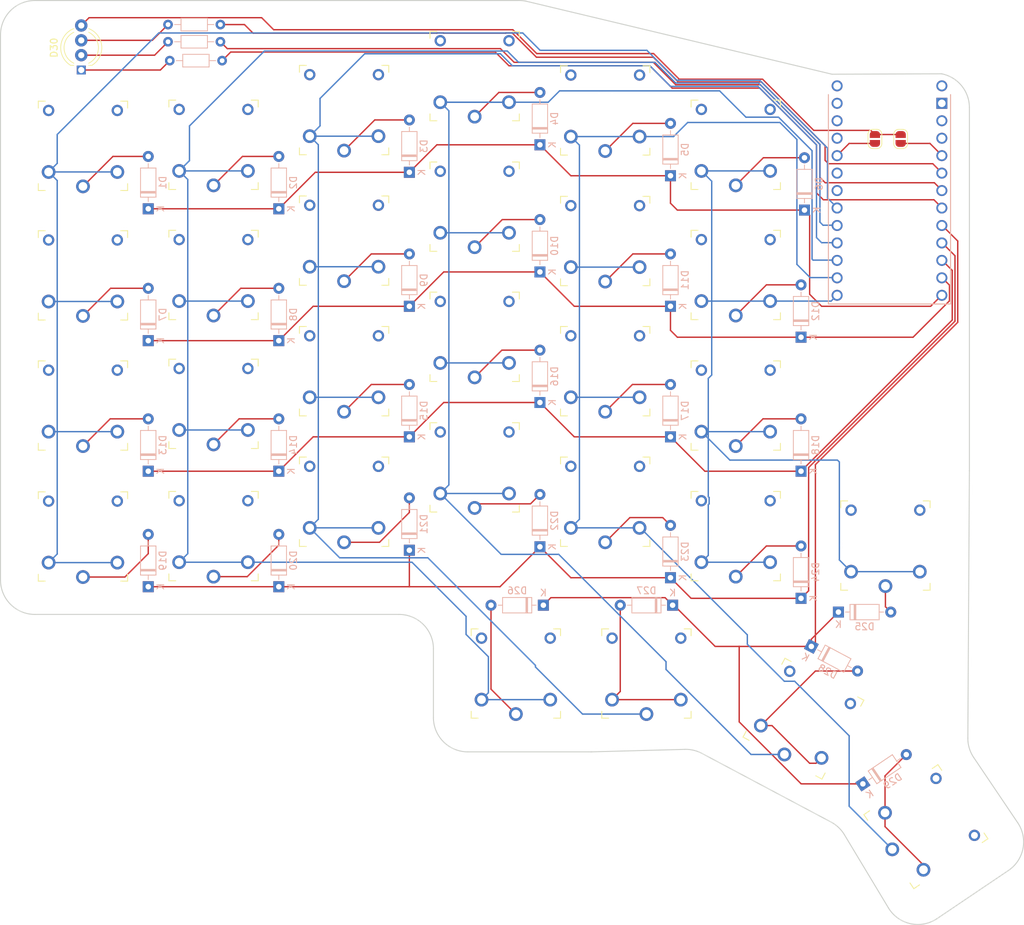
<source format=kicad_pcb>
(kicad_pcb (version 20241229) (generator "pcbnew") (generator_version "9.0")
  (layers (0 "F.Cu" signal) (2 "B.Cu" signal) (13 "F.Paste" user) (15 "B.Paste" user) (5 "F.SilkS" user "F.Silkscreen") (7 "B.SilkS" user "B.Silkscreen") (1 "F.Mask" user) (3 "B.Mask" user) (25 "Edge.Cuts" user))
  (net 0 "")
  (net 1 "ROW1")
  (net 2 "Net-(D1-A)")
  (net 3 "Net-(D2-A)")
  (net 4 "Net-(D3-A)")
  (net 5 "Net-(D4-A)")
  (net 6 "Net-(D5-A)")
  (net 7 "Net-(D6-A)")
  (net 8 "Net-(D7-A)")
  (net 9 "ROW2")
  (net 10 "Net-(D8-A)")
  (net 11 "Net-(D9-A)")
  (net 12 "Net-(D10-A)")
  (net 13 "Net-(D11-A)")
  (net 14 "Net-(D12-A)")
  (net 15 "Net-(D13-A)")
  (net 16 "ROW3")
  (net 17 "Net-(D14-A)")
  (net 18 "Net-(D15-A)")
  (net 19 "Net-(D16-A)")
  (net 20 "Net-(D17-A)")
  (net 21 "Net-(D18-A)")
  (net 22 "ROW4")
  (net 23 "Net-(D19-A)")
  (net 24 "Net-(D20-A)")
  (net 25 "Net-(D21-A)")
  (net 26 "Net-(D22-A)")
  (net 27 "Net-(D23-A)")
  (net 28 "Net-(D24-A)")
  (net 29 "Net-(D25-A)")
  (net 30 "ROWT")
  (net 31 "Net-(D26-A)")
  (net 32 "Net-(D27-A)")
  (net 33 "Net-(D28-A)")
  (net 34 "Net-(D29-A)")
  (net 35 "COL1")
  (net 36 "COL2")
  (net 37 "COL3")
  (net 38 "COL4")
  (net 39 "COL5")
  (net 40 "COL6")
  (net 41 "Net-(D30-BK)")
  (net 42 "Net-(D30-RK)")
  (net 44 "Net-(D30-GK)")
  (net 45 "3v3")
  (net 50 "LEDR")
  (net 53 "LEDG")
  (net 54 "LEDB")
  (net 55 "Net-(JP2-A)")
  (net 59 "Net-(JP1-A)")
  (footprint "key-switches:SW_Kailh_Choc_V1V2_THT_Hybrid_doubleside" (layer "F.Cu") (at 63 101.5)
    (property "Reference" "SW19" (hide yes))
    (property "Value" "SW_Push" (hide yes))
  )
  (footprint "key-switches:SW_Kailh_Choc_V1V2_THT_Hybrid_doubleside" (layer "F.Cu") (at 120.000001 91.442194)
    (property "Reference" "SW22" (hide yes))
    (property "Value" "SW_Push" (hide yes))
  )
  (footprint "key-switches:SW_Kailh_Choc_V1V2_THT_Hybrid_doubleside" (layer "F.Cu") (at 158 44.5)
    (property "Reference" "SW6" (hide yes))
    (property "Value" "SW_Push" (hide yes))
  )
  (footprint "key-switches:SW_Kailh_Choc_V1V2_THT_Hybrid_doubleside" (layer "F.Cu") (at 101.000001 58.442194)
    (property "Reference" "SW9" (hide yes))
    (property "Value" "SW_Push" (hide yes))
  )
  (footprint "key-switches:SW_Kailh_Choc_V1V2_THT_Hybrid_doubleside" (layer "F.Cu") (at 120.000001 72.442194)
    (property "Reference" "SW16" (hide yes))
    (property "Value" "SW_Push" (hide yes))
  )
  (footprint "key-switches:SW_Kailh_Choc_V1V2_THT_Hybrid_doubleside" (layer "F.Cu") (at 82 82.2)
    (property "Reference" "SW14" (hide yes))
    (property "Value" "SW_Push" (hide yes))
  )
  (footprint "key-switches:SW_Kailh_Choc_V1V2_THT_Hybrid_doubleside" (layer "F.Cu") (at 179.781626 102.817528)
    (property "Reference" "SW25" (hide yes))
    (property "Value" "SW_Push" (hide yes))
  )
  (footprint "Jumper:SolderJumper-2_P1.3mm_Open_RoundedPad1.0x1.5mm" (layer "F.Cu") (at 182 43.65 90)
    (property "Reference" "JP2" (hide yes))
    (property "Value" "SolderJumper_2_Open")
  )
  (footprint "key-switches:SW_Kailh_Choc_V1V2_THT_Hybrid_doubleside" (layer "F.Cu") (at 126.000001 121.442194)
    (property "Reference" "SW26" (hide yes))
    (property "Value" "SW_Push" (hide yes))
  )
  (footprint "MountingHole:MountingHole_2.2mm_M2" (layer "F.Cu") (at 90.25 33.75)
    (property "Reference" "REF**" (hide yes))
    (property "Value" "MountingHole_2.2mm_M2")
  )
  (footprint "key-switches:SW_Kailh_Choc_V1V2_THT_Hybrid_doubleside" (layer "F.Cu") (at 82.000001 63.442194)
    (property "Reference" "SW8" (hide yes))
    (property "Value" "SW_Push" (hide yes))
  )
  (footprint "key-switches:SW_Kailh_Choc_V1V2_THT_Hybrid_doubleside" (layer "F.Cu") (at 82.000001 101.442194)
    (property "Reference" "SW20" (hide yes))
    (property "Value" "SW_Push" (hide yes))
  )
  (footprint "key-switches:SW_Kailh_Choc_V1V2_THT_Hybrid_doubleside" (layer "F.Cu") (at 63.000001 82.442194)
    (property "Reference" "SW13" (hide yes))
    (property "Value" "SW_Push" (hide yes))
  )
  (footprint "Jumper:SolderJumper-2_P1.3mm_Open_RoundedPad1.0x1.5mm" (layer "F.Cu") (at 178.25 43.65 90)
    (property "Reference" "JP1" (hide yes))
    (property "Value" "SolderJumper_2_Open")
  )
  (footprint "theonepromicro:TheOneProMicro" (layer "F.Cu") (at 179.1 51.16)
    (property "Reference" "U2" (hide yes))
    (property "Value" "ProMicro")
  )
  (footprint "key-switches:SW_Kailh_Choc_V1V2_THT_Hybrid_doubleside" (layer "F.Cu") (at 167.849879 128.011957 -28)
    (property "Reference" "SW28" (hide yes))
    (property "Value" "SW_Push" (hide yes))
  )
  (footprint "key-switches:SW_Kailh_Choc_V1V2_THT_Hybrid_doubleside" (layer "F.Cu") (at 120 34.5)
    (property "Reference" "SW4" (hide yes))
    (property "Value" "SW_Push" (hide yes))
  )
  (footprint "MountingHole:MountingHole_2.2mm_M2" (layer "F.Cu") (at 182.5 121)
    (property "Reference" "REF**" (hide yes))
    (property "Value" "MountingHole_2.2mm_M2")
  )
  (footprint "key-switches:SW_Kailh_Choc_V1V2_THT_Hybrid_doubleside" (layer "F.Cu") (at 63 44.65)
    (property "Reference" "SW1" (hide yes))
    (property "Value" "SW_Push" (hide yes))
  )
  (footprint "key-switches:SW_Kailh_Choc_V1V2_THT_Hybrid_doubleside" (layer "F.Cu") (at 139.000001 77.442194)
    (property "Reference" "SW17" (hide yes))
    (property "Value" "SW_Push" (hide yes))
  )
  (footprint "key-switches:SW_Kailh_Choc_V1V2_THT_Hybrid_doubleside" (layer "F.Cu") (at 101.000001 39.442194)
    (property "Reference" "SW3" (hide yes))
    (property "Value" "SW_Push" (hide yes))
  )
  (footprint "key-switches:SW_Kailh_Choc_V1V2_THT_Hybrid_doubleside" (layer "F.Cu") (at 145.000001 121.442194)
    (property "Reference" "SW27" (hide yes))
    (property "Value" "SW_Push" (hide yes))
  )
  (footprint "LED_THT:LED_D5.0mm-4_RGB_Wide_Pins" (layer "F.Cu") (at 62.75 33.613 90)
    (property "Reference" "D30")
    (property "Value" "LED_RGBA")
  )
  (footprint "MountingHole:MountingHole_2.2mm_M2" (layer "F.Cu") (at 180.25 58.5)
    (property "Reference" "REF**" (hide yes))
    (property "Value" "MountingHole_2.2mm_M2")
  )
  (footprint "MountingHole:MountingHole_2.2mm_M2" (layer "F.Cu") (at 118.5 104)
    (property "Reference" "REF**" (hide yes))
    (property "Value" "MountingHole_2.2mm_M2")
  )
  (footprint "key-switches:SW_Kailh_Choc_V1V2_THT_Hybrid_doubleside" (layer "F.Cu") (at 82 44.5)
    (property "Reference" "SW2" (hide yes))
    (property "Value" "SW_Push" (hide yes))
  )
  (footprint "key-switches:SW_Kailh_Choc_V1V2_THT_Hybrid_doubleside" (layer "F.Cu") (at 158.000001 63.442194)
    (property "Reference" "SW12" (hide yes))
    (property "Value" "SW_Push" (hide yes))
  )
  (footprint "key-switches:SW_Kailh_Choc_V1V2_THT_Hybrid_doubleside" (layer "F.Cu") (at 139 39.5)
    (property "Reference" "SW5" (hide yes))
    (property "Value" "SW_Push" (hide yes))
  )
  (footprint "key-switches:SW_Kailh_Choc_V1V2_THT_Hybrid_doubleside" (layer "F.Cu") (at 158.000001 82.442194)
    (property "Reference" "SW18" (hide yes))
    (property "Value" "SW_Push" (hide yes))
  )
  (footprint "key-switches:SW_Kailh_Choc_V1V2_THT_Hybrid_doubleside" (layer "F.Cu") (at 139 58.5)
    (property "Reference" "SW11" (hide yes))
    (property "Value" "SW_Push" (hide yes))
  )
  (footprint "key-switches:SW_Kailh_Choc_V1V2_THT_Hybrid_doubleside" (layer "F.Cu") (at 120 53.5)
    (property "Reference" "SW10" (hide yes))
    (property "Value" "SW_Push" (hide yes))
  )
  (footprint "key-switches:SW_Kailh_Choc_V1V2_THT_Hybrid_doubleside" (layer "F.Cu") (at 139.000001 96.442194)
    (property "Reference" "SW23" (hide yes))
    (property "Value" "SW_Push" (hide yes))
  )
  (footprint "key-switches:SW_Kailh_Choc_V1V2_THT_Hybrid_doubleside" (layer "F.Cu") (at 101.000001 77.442194)
    (property "Reference" "SW15" (hide yes))
    (property "Value" "SW_Push" (hide yes))
  )
  (footprint "key-switches:SW_Kailh_Choc_V1V2_THT_Hybrid_doubleside" (layer "F.Cu") (at 101.000001 96.442194)
    (property "Reference" "SW21" (hide yes))
    (property "Value" "SW_Push" (hide yes))
  )
  (footprint "key-switches:SW_Kailh_Choc_V1V2_THT_Hybrid_doubleside" (layer "F.Cu") (at 185.669256 143.731057 -56)
    (property "Reference" "SW29" (hide yes))
    (property "Value" "SW_Push" (hide yes))
  )
  (footprint "key-switches:SW_Kailh_Choc_V1V2_THT_Hybrid_doubleside" (layer "F.Cu") (at 63 63.5)
    (property "Reference" "SW7" (hide yes))
    (property "Value" "SW_Push" (hide yes))
  )
  (footprint "key-switches:SW_Kailh_Choc_V1V2_THT_Hybrid_doubleside" (layer "F.Cu") (at 158.000001 101.442194)
    (property "Reference" "SW24" (hide yes))
    (property "Value" "SW_Push" (hide yes))
  )
  (footprint "Diode_THT:D_DO-35_SOD27_P7.62mm_Horizontal" (layer "B.Cu") (at 169 117.5 -28)
    (property "Reference" "D28")
    (property "Value" "1N4148")
  )
  (footprint "Diode_THT:D_DO-35_SOD27_P7.62mm_Horizontal" (layer "B.Cu") (at 167.5 92 90)
    (property "Reference" "D18")
    (property "Value" "1N4148")
  )
  (footprint "Diode_THT:D_DO-35_SOD27_P7.62mm_Horizontal" (layer "B.Cu") (at 91.5 73 90)
    (property "Reference" "D8")
    (property "Value" "1N4148")
  )
  (footprint "Diode_THT:D_DO-35_SOD27_P7.62mm_Horizontal" (layer "B.Cu") (at 148.5 107.5 90)
    (property "Reference" "D23")
    (property "Value" "1N4148")
  )
  (footprint "Diode_THT:D_DO-35_SOD27_P7.62mm_Horizontal" (layer "B.Cu") (at 72.5 53.809999 90)
    (property "Reference" "D1")
    (property "Value" "1N4148")
  )
  (footprint "Resistor_THT:R_Axial_DIN0204_L3.6mm_D1.6mm_P7.62mm_Horizontal" (layer "B.Cu") (at 75.63 32.25)
    (property "Reference" "R1" (hide yes))
    (property "Value" "R")
  )
  (footprint "Diode_THT:D_DO-35_SOD27_P7.62mm_Horizontal" (layer "B.Cu") (at 110.5 48.5 90)
    (property "Reference" "D3")
    (property "Value" "1N4148")
  )
  (footprint "Diode_THT:D_DO-35_SOD27_P7.62mm_Horizontal" (layer "B.Cu") (at 91.5 53.81 90)
    (property "Reference" "D2")
    (property "Value" "1N4148")
  )
  (footprint "Diode_THT:D_DO-35_SOD27_P7.62mm_Horizontal" (layer "B.Cu") (at 129.5 63 90)
    (property "Reference" "D10")
    (property "Value" "1N4148")
  )
  (footprint "Resistor_THT:R_Axial_DIN0204_L3.6mm_D1.6mm_P7.62mm_Horizontal" (layer "B.Cu") (at 75.38 29.5)
    (property "Reference" "R2" (hide yes))
    (property "Value" "R")
  )
  (footprint "Diode_THT:D_DO-35_SOD27_P7.62mm_Horizontal" (layer "B.Cu") (at 72.5 92 90)
    (property "Reference" "D13")
    (property "Value" "1N4148")
  )
  (footprint "Diode_THT:D_DO-35_SOD27_P7.62mm_Horizontal" (layer "B.Cu") (at 148.5 68 90)
    (property "Reference" "D11")
    (property "Value" "1N4148")
  )
  (footprint "Diode_THT:D_DO-35_SOD27_P7.62mm_Horizontal" (layer "B.Cu") (at 148.5 49 90)
    (property "Reference" "D5")
    (property "Value" "1N4148")
  )
  (footprint "Diode_THT:D_DO-35_SOD27_P7.62mm_Horizontal" (layer "B.Cu") (at 172.94 112.5)
    (property "Reference" "D25")
    (property "Value" "1N4148")
  )
  (footprint "Diode_THT:D_DO-35_SOD27_P7.62mm_Horizontal" (layer "B.Cu") (at 129.5 103 90)
    (property "Reference" "D22")
    (property "Value" "1N4148")
  )
  (footprint "Diode_THT:D_DO-35_SOD27_P7.62mm_Horizontal" (layer "B.Cu") (at 148.5 87 90)
    (property "Reference" "D17")
    (property "Value" "1N4148")
  )
  (footprint "Diode_THT:D_DO-35_SOD27_P7.62mm_Horizontal" (layer "B.Cu") (at 168 54 90)
    (property "Reference" "D6")
    (property "Value" "1N4148" (hide yes))
  )
  (footprint "Diode_THT:D_DO-35_SOD27_P7.62mm_Horizontal" (layer "B.Cu") (at 72.5 108.81 90)
    (property "Reference" "D19")
    (property "Value" "1N4148")
  )
  (footprint "Diode_THT:D_DO-35_SOD27_P7.62mm_Horizontal" (layer "B.Cu") (at 129.5 82 90)
    (property "Reference" "D16")
    (property "Value" "1N4148")
  )
  (footprint "Diode_THT:D_DO-35_SOD27_P7.62mm_Horizontal" (layer "B.Cu") (at 148.81 111.5 180)
    (property "Reference" "D27")
    (property "Value" "1N4148")
  )
  (footprint "Diode_THT:D_DO-35_SOD27_P7.62mm_Horizontal" (layer "B.Cu") (at 129.5 44.5 90)
    (property "Reference" "D4")
    (property "Value" "1N4148")
  )
  (footprint "Diode_THT:D_DO-35_SOD27_P7.62mm_Horizontal" (layer "B.Cu") (at 176.5 137.5 34)
    (property "Reference" "D29")
    (property "Value" "1N4148")
  )
  (footprint "Diode_THT:D_DO-35_SOD27_P7.62mm_Horizontal" (layer "B.Cu") (at 110.5 68 90)
    (property "Reference" "D9")
    (property "Value" "1N4148")
  )
  (footprint "Diode_THT:D_DO-35_SOD27_P7.62mm_Horizontal" (layer "B.Cu") (at 167.5 72.5 90)
    (property "Reference" "D12")
    (property "Value" "1N4148")
  )
  (footprint "Diode_THT:D_DO-35_SOD27_P7.62mm_Horizontal" (layer "B.Cu") (at 91.5 92 90)
    (property "Reference" "D14")
    (property "Value" "1N4148")
  )
  (footprint "Diode_THT:D_DO-35_SOD27_P7.62mm_Horizontal" (layer "B.Cu") (at 72.5 73 90)
    (property "Reference" "D7")
    (property "Value" "1N4148")
  )
  (footprint "Diode_THT:D_DO-35_SOD27_P7.62mm_Horizontal" (layer "B.Cu") (at 110.5 103.5 90)
    (property "Reference" "D21")
    (property "Value" "1N4148")
  )
  (footprint "Diode_THT:D_DO-35_SOD27_P7.62mm_Horizontal" (layer "B.Cu") (at 130 111.5 180)
    (property "Reference" "D26")
    (property "Value" "1N4148")
  )
  (footprint "Diode_THT:D_DO-35_SOD27_P7.62mm_Horizontal" (layer "B.Cu") (at 167.5 110.5 90)
    (property "Reference" "D24")
    (property "Value" "1N4148")
  )
  (footprint "Resistor_THT:R_Axial_DIN0204_L3.6mm_D1.6mm_P7.62mm_Horizontal" (layer "B.Cu") (at 75.38 27)
    (property "Reference" "R3" (hide yes))
    (property "Value" "R")
  )
  (footprint "Diode_THT:D_DO-35_SOD27_P7.62mm_Horizontal" (layer "B.Cu") (at 91.5 108.81 90)
    (property "Reference" "D20")
    (property "Value" "1N4148")
  )
  (footprint "Diode_THT:D_DO-35_SOD27_P7.62mm_Horizontal" (layer "B.Cu") (at 110.5 87 90)
    (property "Reference" "D15")
    (property "Value" "1N4148")
  )
  (gr_line (start 150.585168 132.479109) (end 137.066781 132.840409) (stroke (width 0.15)) (layer "Edge.Cuts"))
  (gr_line (start 197.685411 150.100673) (end 187.293643 157.11001) (stroke (width 0.15)) (layer "Edge.Cuts"))
  (gr_arc (start 109.000001 112.842194) (mid 112.535536 114.30666) (end 114.000001 117.842194) (stroke (width 0.15)) (layer "Edge.Cuts"))
  (gr_line (start 56.000001 112.842194) (end 109.000001 112.842194) (stroke (width 0.15)) (layer "Edge.Cuts"))
  (gr_arc (start 51 28.500001) (mid 52.449517 24.979479) (end 55.957629 23.50018) (stroke (width 0.15)) (layer "Edge.Cuts"))
  (gr_arc (start 119.000001 132.842194) (mid 115.464469 131.377728) (end 114.000001 127.842194) (stroke (width 0.15)) (layer "Edge.Cuts"))
  (gr_arc (start 187.942475 34.163411) (mid 190.85438 35.888845) (end 192.000001 39.073782) (stroke (width 0.15)) (layer "Edge.Cuts"))
  (gr_line (start 136.933196 132.842194) (end 119.000001 132.842194) (stroke (width 0.15)) (layer "Edge.Cuts"))
  (gr_arc (start 192.000001 91.927668) (mid 191.99998 91.942188) (end 191.999917 91.956708) (stroke (width 0.15)) (layer "Edge.Cuts"))
  (gr_line (start 106.996689 23.5) (end 126.5 23.5) (stroke (width 0.15)) (layer "Edge.Cuts"))
  (gr_arc (start 56.000001 112.842194) (mid 52.464469 111.377728) (end 51.000001 107.842194) (stroke (width 0.15)) (layer "Edge.Cuts"))
  (gr_line (start 51.000001 107.842194) (end 51.000001 28.500001) (stroke (width 0.15)) (layer "Edge.Cuts"))
  (gr_arc (start 192.628825 133.662518) (mid 191.988275 132.314519) (end 191.774097 130.837514) (stroke (width 0.15)) (layer "Edge.Cuts"))
  (gr_line (start 114.000001 127.842194) (end 114.000001 117.842194) (stroke (width 0.15)) (layer "Edge.Cuts"))
  (gr_arc (start 199.034633 143.159521) (mid 199.797584 146.909537) (end 197.685411 150.100673) (stroke (width 0.15)) (layer "Edge.Cuts"))
  (gr_arc (start 150.585168 132.479109) (mid 151.863435 132.610132) (end 153.066111 133.062586) (stroke (width 0.15)) (layer "Edge.Cuts"))
  (gr_arc (start 137.066781 132.840409) (mid 136.999994 132.841748) (end 136.933196 132.842194) (stroke (width 0.15)) (layer "Edge.Cuts"))
  (gr_arc (start 171.870599 143.06111) (mid 172.96375 143.8478) (end 173.8073 144.897702) (stroke (width 0.15)) (layer "Edge.Cuts"))
  (gr_line (start 191.999917 91.956708) (end 191.774097 130.837514) (stroke (width 0.15)) (layer "Edge.Cuts"))
  (gr_arc (start 187.293643 157.11001) (mid 183.417173 157.846657) (end 180.213619 155.542968) (stroke (width 0.15)) (layer "Edge.Cuts"))
  (gr_line (start 180.213619 155.542968) (end 173.8073 144.897702) (stroke (width 0.15)) (layer "Edge.Cuts"))
  (gr_line (start 171.870599 143.06111) (end 153.066111 133.062586) (stroke (width 0.15)) (layer "Edge.Cuts"))
  (gr_line (start 127.442474 23.589633) (end 172 34.226414) (stroke (width 0.15)) (layer "Edge.Cuts"))
  (gr_line (start 192.628825 133.662518) (end 199.034634 143.159521) (stroke (width 0.15)) (layer "Edge.Cuts"))
  (gr_arc (start 126.5 23.5) (mid 126.973363 23.522457) (end 127.442474 23.589629) (stroke (width 0.15)) (layer "Edge.Cuts"))
  (gr_line (start 172 34.226414) (end 187.942475 34.163411) (stroke (width 0.15)) (layer "Edge.Cuts"))
  (gr_line (start 55.957556 23.50018) (end 107 23.5) (stroke (width 0.15)) (layer "Edge.Cuts"))
  (gr_line (start 192.000001 39.073782) (end 192.000001 91.927669) (stroke (width 0.15)) (layer "Edge.Cuts"))
  (segment (start 149.5 54) (end 148.5 53) (width 0.2) (layer "F.Cu") (net 1))
  (segment (start 114.5 44.5) (end 110.5 48.5) (width 0.2) (layer "F.Cu") (net 1))
  (segment (start 168 54) (end 168.75 54.75) (width 0.2) (layer "F.Cu") (net 1))
  (segment (start 186.36 68) (end 188 66.36) (width 0.2) (layer "F.Cu") (net 1))
  (segment (start 170.5 68) (end 186.36 68) (width 0.2) (layer "F.Cu") (net 1))
  (segment (start 148.5 53) (end 148.5 49) (width 0.2) (layer "F.Cu") (net 1))
  (segment (start 168 54) (end 149.5 54) (width 0.2) (layer "F.Cu") (net 1))
  (segment (start 110.5 48.5) (end 96.81 48.5) (width 0.2) (layer "F.Cu") (net 1))
  (segment (start 129.5 44.5) (end 114.5 44.5) (width 0.2) (layer "F.Cu") (net 1))
  (segment (start 134 49) (end 148.5 49) (width 0.2) (layer "F.Cu") (net 1))
  (segment (start 168.75 54.75) (end 168.75 66.25) (width 0.2) (layer "F.Cu") (net 1))
  (segment (start 91.5 53.81) (end 72.5 53.809999) (width 0.2) (layer "F.Cu") (net 1))
  (segment (start 129.5 44.5) (end 134 49) (width 0.2) (layer "F.Cu") (net 1))
  (segment (start 168.75 66.25) (end 170.5 68) (width 0.2) (layer "F.Cu") (net 1))
  (segment (start 96.81 48.5) (end 91.5 53.81) (width 0.2) (layer "F.Cu") (net 1))
  (segment (start 63 50.55) (end 67.360001 46.189999) (width 0.2) (layer "F.Cu") (net 2))
  (segment (start 67.360001 46.189999) (end 72.5 46.189999) (width 0.2) (layer "F.Cu") (net 2))
  (segment (start 86.21 46.19) (end 91.5 46.19) (width 0.2) (layer "F.Cu") (net 3))
  (segment (start 82 50.4) (end 86.21 46.19) (width 0.2) (layer "F.Cu") (net 3))
  (segment (start 105.462195 40.88) (end 110.5 40.88) (width 0.2) (layer "F.Cu") (net 4))
  (segment (start 101.000001 45.342194) (end 105.462195 40.88) (width 0.2) (layer "F.Cu") (net 4))
  (segment (start 123.52 36.88) (end 129.5 36.88) (width 0.2) (layer "F.Cu") (net 5))
  (segment (start 120 40.4) (end 123.52 36.88) (width 0.2) (layer "F.Cu") (net 5))
  (segment (start 139 45.4) (end 143.02 41.38) (width 0.2) (layer "F.Cu") (net 6))
  (segment (start 143.02 41.38) (end 148.5 41.38) (width 0.2) (layer "F.Cu") (net 6))
  (segment (start 158 50.4) (end 162.02 46.38) (width 0.2) (layer "F.Cu") (net 7))
  (segment (start 162.02 46.38) (end 168 46.38) (width 0.2) (layer "F.Cu") (net 7))
  (segment (start 63 69.4) (end 67.02 65.38) (width 0.2) (layer "F.Cu") (net 8))
  (segment (start 67.02 65.38) (end 72.5 65.38) (width 0.2) (layer "F.Cu") (net 8))
  (segment (start 134.5 68) (end 148.5 68) (width 0.2) (layer "F.Cu") (net 9))
  (segment (start 110.5 68) (end 115.5 63) (width 0.2) (layer "F.Cu") (net 9))
  (segment (start 72.5 73) (end 91.5 73) (width 0.2) (layer "F.Cu") (net 9))
  (segment (start 96.5 68) (end 110.5 68) (width 0.2) (layer "F.Cu") (net 9))
  (segment (start 148.5 71.5) (end 149.5 72.5) (width 0.2) (layer "F.Cu") (net 9))
  (segment (start 149.5 72.5) (end 167.5 72.5) (width 0.2) (layer "F.Cu") (net 9))
  (segment (start 189.101 67.204075) (end 189.101 64.921) (width 0.2) (layer "F.Cu") (net 9))
  (segment (start 183.805075 72.5) (end 189.101 67.204075) (width 0.2) (layer "F.Cu") (net 9))
  (segment (start 189.101 64.921) (end 188 63.82) (width 0.2) (layer "F.Cu") (net 9))
  (segment (start 115.5 63) (end 129.5 63) (width 0.2) (layer "F.Cu") (net 9))
  (segment (start 91.5 73) (end 96.5 68) (width 0.2) (layer "F.Cu") (net 9))
  (segment (start 167.5 72.5) (end 183.805075 72.5) (width 0.2) (layer "F.Cu") (net 9))
  (segment (start 129.5 63) (end 134.5 68) (width 0.2) (layer "F.Cu") (net 9))
  (segment (start 148.5 68) (end 148.5 71.5) (width 0.2) (layer "F.Cu") (net 9))
  (segment (start 85.962195 65.38) (end 91.5 65.38) (width 0.2) (layer "F.Cu") (net 10))
  (segment (start 82.000001 69.342194) (end 85.962195 65.38) (width 0.2) (layer "F.Cu") (net 10))
  (segment (start 104.962195 60.38) (end 110.5 60.38) (width 0.2) (layer "F.Cu") (net 11))
  (segment (start 101.000001 64.342194) (end 104.962195 60.38) (width 0.2) (layer "F.Cu") (net 11))
  (segment (start 124.02 55.38) (end 129.5 55.38) (width 0.2) (layer "F.Cu") (net 12))
  (segment (start 120 59.4) (end 124.02 55.38) (width 0.2) (layer "F.Cu") (net 12))
  (segment (start 139 64.4) (end 143.02 60.38) (width 0.2) (layer "F.Cu") (net 13))
  (segment (start 143.02 60.38) (end 148.5 60.38) (width 0.2) (layer "F.Cu") (net 13))
  (segment (start 162.462195 64.88) (end 167.5 64.88) (width 0.2) (layer "F.Cu") (net 14))
  (segment (start 158.000001 69.342194) (end 162.462195 64.88) (width 0.2) (layer "F.Cu") (net 14))
  (segment (start 66.962195 84.38) (end 72.5 84.38) (width 0.2) (layer "F.Cu") (net 15))
  (segment (start 63.000001 88.342194) (end 66.962195 84.38) (width 0.2) (layer "F.Cu") (net 15))
  (segment (start 115.5 82) (end 129.5 82) (width 0.2) (layer "F.Cu") (net 16))
  (segment (start 96.5 87) (end 110.5 87) (width 0.2) (layer "F.Cu") (net 16))
  (segment (start 110.5 87) (end 115.5 82) (width 0.2) (layer "F.Cu") (net 16))
  (segment (start 129.5 82) (end 134.5 87) (width 0.2) (layer "F.Cu") (net 16))
  (segment (start 167.5 92) (end 189.502 69.998) (width 0.2) (layer "F.Cu") (net 16))
  (segment (start 148.5 87) (end 153.5 92) (width 0.2) (layer "F.Cu") (net 16))
  (segment (start 91.5 92) (end 96.5 87) (width 0.2) (layer "F.Cu") (net 16))
  (segment (start 134.5 87) (end 148.5 87) (width 0.2) (layer "F.Cu") (net 16))
  (segment (start 189.502 62.782) (end 188 61.28) (width 0.2) (layer "F.Cu") (net 16))
  (segment (start 72.5 92) (end 91.5 92) (width 0.2) (layer "F.Cu") (net 16))
  (segment (start 153.5 92) (end 167.5 92) (width 0.2) (layer "F.Cu") (net 16))
  (segment (start 189.502 69.998) (end 189.502 62.782) (width 0.2) (layer "F.Cu") (net 16))
  (segment (start 85.72 84.38) (end 91.5 84.38) (width 0.2) (layer "F.Cu") (net 17))
  (segment (start 82 88.1) (end 85.72 84.38) (width 0.2) (layer "F.Cu") (net 17))
  (segment (start 104.962195 79.38) (end 110.5 79.38) (width 0.2) (layer "F.Cu") (net 18))
  (segment (start 101.000001 83.342194) (end 104.962195 79.38) (width 0.2) (layer "F.Cu") (net 18))
  (segment (start 120.000001 78.342194) (end 123.962195 74.38) (width 0.2) (layer "F.Cu") (net 19))
  (segment (start 123.962195 74.38) (end 129.5 74.38) (width 0.2) (layer "F.Cu") (net 19))
  (segment (start 142.962195 79.38) (end 148.5 79.38) (width 0.2) (layer "F.Cu") (net 20))
  (segment (start 139.000001 83.342194) (end 142.962195 79.38) (width 0.2) (layer "F.Cu") (net 20))
  (segment (start 161.962195 84.38) (end 167.5 84.38) (width 0.2) (layer "F.Cu") (net 21))
  (segment (start 158.000001 88.342194) (end 161.962195 84.38) (width 0.2) (layer "F.Cu") (net 21))
  (segment (start 129.5 103) (end 134 107.5) (width 0.2) (layer "F.Cu") (net 22))
  (segment (start 189.903 60.643) (end 188 58.74) (width 0.2) (layer "F.Cu") (net 22))
  (segment (start 148.5 107.5) (end 151.5 110.5) (width 0.2) (layer "F.Cu") (net 22))
  (segment (start 151.5 110.5) (end 167.5 110.5) (width 0.2) (layer "F.Cu") (net 22))
  (segment (start 72.5 108.81) (end 91.5 108.81) (width 0.2) (layer "F.Cu") (net 22))
  (segment (start 134 107.5) (end 148.5 107.5) (width 0.2) (layer "F.Cu") (net 22))
  (segment (start 168.601 109.399) (end 168.601 91.4661) (width 0.2) (layer "F.Cu") (net 22))
  (segment (start 189.903 70.1641) (end 189.903 60.643) (width 0.2) (layer "F.Cu") (net 22))
  (segment (start 110.5 108.81) (end 123.69 108.81) (width 0.2) (layer "F.Cu") (net 22))
  (segment (start 110.5 103.5) (end 110.5 108.81) (width 0.2) (layer "F.Cu") (net 22))
  (segment (start 91.5 108.81) (end 110.5 108.81) (width 0.2) (layer "F.Cu") (net 22))
  (segment (start 123.69 108.81) (end 129.5 103) (width 0.2) (layer "F.Cu") (net 22))
  (segment (start 168.601 91.4661) (end 189.903 70.1641) (width 0.2) (layer "F.Cu") (net 22))
  (segment (start 167.5 110.5) (end 168.601 109.399) (width 0.2) (layer "F.Cu") (net 22))
  (segment (start 69.1 107.4) (end 72.5 104) (width 0.2) (layer "F.Cu") (net 23))
  (segment (start 72.5 104) (end 72.5 101.19) (width 0.2) (layer "F.Cu") (net 23))
  (segment (start 63 107.4) (end 69.1 107.4) (width 0.2) (layer "F.Cu") (net 23))
  (segment (start 82.000001 107.342194) (end 86.907806 107.342194) (width 0.2) (layer "F.Cu") (net 24))
  (segment (start 91.5 102.75) (end 91.5 101.19) (width 0.2) (layer "F.Cu") (net 24))
  (segment (start 86.907806 107.342194) (end 91.5 102.75) (width 0.2) (layer "F.Cu") (net 24))
  (segment (start 110.5 98) (end 110.5 95.88) (width 0.2) (layer "F.Cu") (net 25))
  (segment (start 106.157806 102.342194) (end 110.5 98) (width 0.2) (layer "F.Cu") (net 25))
  (segment (start 101.000001 102.342194) (end 106.157806 102.342194) (width 0.2) (layer "F.Cu") (net 25))
  (segment (start 120.000001 97.342194) (end 120.592195 96.75) (width 0.2) (layer "F.Cu") (net 26))
  (segment (start 120.592195 96.75) (end 128.13 96.75) (width 0.2) (layer "F.Cu") (net 26))
  (segment (start 128.13 96.75) (end 129.5 95.38) (width 0.2) (layer "F.Cu") (net 26))
  (segment (start 139.000001 102.342194) (end 142.592195 98.75) (width 0.2) (layer "F.Cu") (net 27))
  (segment (start 147.37 98.75) (end 148.5 99.88) (width 0.2) (layer "F.Cu") (net 27))
  (segment (start 142.592195 98.75) (end 147.37 98.75) (width 0.2) (layer "F.Cu") (net 27))
  (segment (start 158.000001 107.342194) (end 162.462195 102.88) (width 0.2) (layer "F.Cu") (net 28))
  (segment (start 162.462195 102.88) (end 167.5 102.88) (width 0.2) (layer "F.Cu") (net 28))
  (segment (start 179.781626 108.717528) (end 179.781626 111.721626) (width 0.2) (layer "F.Cu") (net 29))
  (segment (start 179.781626 111.721626) (end 180.56 112.5) (width 0.2) (layer "F.Cu") (net 29))
  (segment (start 131.101 110.399) (end 147.709 110.399) (width 0.2) (layer "F.Cu") (net 30))
  (segment (start 158.5 128.481243) (end 167.518757 137.5) (width 0.2) (layer "F.Cu") (net 30))
  (segment (start 169 117.5) (end 169 116.44) (width 0.2) (layer "F.Cu") (net 30))
  (segment (start 147.709 110.399) (end 148.81 111.5) (width 0.2) (layer "F.Cu") (net 30))
  (segment (start 190.304 58.504) (end 188 56.2) (width 0.2) (layer "F.Cu") (net 30))
  (segment (start 169.591532 116.908468) (end 169.591532 91.042668) (width 0.2) (layer "F.Cu") (net 30))
  (segment (start 169 117.5) (end 169.591532 116.908468) (width 0.2) (layer "F.Cu") (net 30))
  (segment (start 130 111.5) (end 131.101 110.399) (width 0.2) (layer "F.Cu") (net 30))
  (segment (start 155 117.5) (end 158.5 117.5) (width 0.2) (layer "F.Cu") (net 30))
  (segment (start 190.304 70.3302) (end 190.304 58.504) (width 0.2) (layer "F.Cu") (net 30))
  (segment (start 148.81 111.5) (end 149 111.5) (width 0.2) (layer "F.Cu") (net 30))
  (segment (start 158.5 117.5) (end 169 117.5) (width 0.2) (layer "F.Cu") (net 30))
  (segment (start 169 116.44) (end 172.94 112.5) (width 0.2) (layer "F.Cu") (net 30))
  (segment (start 169.591532 91.042668) (end 190.304 70.3302) (width 0.2) (layer "F.Cu") (net 30))
  (segment (start 167.518757 137.5) (end 176.5 137.5) (width 0.2) (layer "F.Cu") (net 30))
  (segment (start 149 111.5) (end 155 117.5) (width 0.2) (layer "F.Cu") (net 30))
  (segment (start 158.5 117.5) (end 158.5 128.481243) (width 0.2) (layer "F.Cu") (net 30))
  (segment (start 122.38 111.5) (end 122.38 123.722193) (width 0.2) (layer "F.Cu") (net 31))
  (segment (start 122.38 123.722193) (end 126.000001 127.342194) (width 0.2) (layer "F.Cu") (net 31))
  (segment (start 140.000001 125.242194) (end 150.000001 125.242194) (width 0.2) (layer "F.Cu") (net 32))
  (segment (start 141.19 111.5) (end 141.19 124.052195) (width 0.2) (layer "F.Cu") (net 32))
  (segment (start 141.19 124.052195) (end 140.000001 125.242194) (width 0.2) (layer "F.Cu") (net 32))
  (segment (start 175.72806 121.077373) (end 169.593576 121.077373) (width 0.2) (layer "F.Cu") (net 33))
  (segment (start 169.683184 134.5) (end 170.480625 133.702559) (width 0.2) (layer "F.Cu") (net 33))
  (segment (start 161.651149 129.0198) (end 163.2698 129.0198) (width 0.2) (layer "F.Cu") (net 33))
  (segment (start 163.2698 129.0198) (end 168.75 134.5) (width 0.2) (layer "F.Cu") (net 33))
  (segment (start 169.593576 121.077373) (end 161.651149 129.0198) (width 0.2) (layer "F.Cu") (net 33))
  (segment (start 168.75 134.5) (end 169.683184 134.5) (width 0.2) (layer "F.Cu") (net 33))
  (segment (start 179.722949 136.333267) (end 179.722949 141.710802) (width 0.2) (layer "F.Cu") (net 34))
  (segment (start 185.314878 149.314878) (end 185.314878 150.001178) (width 0.2) (layer "F.Cu") (net 34))
  (segment (start 179.722949 143.722949) (end 185.314878 149.314878) (width 0.2) (layer "F.Cu") (net 34))
  (segment (start 182.817266 133.23895) (end 179.722949 136.333267) (width 0.2) (layer "F.Cu") (net 34))
  (segment (start 179.722949 141.710802) (end 179.722949 143.722949) (width 0.2) (layer "F.Cu") (net 34))
  (segment (start 58 48.45) (end 68 48.45) (width 0.2) (layer "B.Cu") (net 35))
  (segment (start 58 48.45) (end 59.25 49.7) (width 0.2) (layer "B.Cu") (net 35))
  (segment (start 59.25 47.2) (end 59.25 43) (width 0.2) (layer "B.Cu") (net 35))
  (segment (start 58 67.3) (end 68 67.3) (width 0.2) (layer "B.Cu") (net 35))
  (segment (start 59.25 104.05) (end 58 105.3) (width 0.2) (layer "B.Cu") (net 35))
  (segment (start 171.35 52.25) (end 172.76 53.66) (width 0.2) (layer "B.Cu") (net 35))
  (segment (start 59.25 43) (end 74.026 28.224) (width 0.2) (layer "B.Cu") (net 35))
  (segment (start 129.526 30.75) (end 145.0671 30.75) (width 0.2) (layer "B.Cu") (net 35))
  (segment (start 59.25 49.7) (end 59.25 104.05) (width 0.2) (layer "B.Cu") (net 35))
  (segment (start 145.0671 30.75) (end 149.4161 35.099) (width 0.2) (layer "B.Cu") (net 35))
  (segment (start 58.000001 86.242194) (end 67.999999 86.242194) (width 0.2) (layer "B.Cu") (net 35))
  (segment (start 127 28.224) (end 129.526 30.75) (width 0.2) (layer "B.Cu") (net 35))
  (segment (start 149.4161 35.099) (end 161.475605 35.099) (width 0.2) (layer "B.Cu") (net 35))
  (segment (start 74.026 28.224) (end 127 28.224) (width 0.2) (layer "B.Cu") (net 35))
  (segment (start 161.475605 35.099) (end 171.35 44.973395) (width 0.2) (layer "B.Cu") (net 35))
  (segment (start 58 105.3) (end 68 105.3) (width 0.2) (layer "B.Cu") (net 35))
  (segment (start 171.35 44.973395) (end 171.35 52.25) (width 0.2) (layer "B.Cu") (net 35))
  (segment (start 58 48.45) (end 59.25 47.2) (width 0.2) (layer "B.Cu") (net 35))
  (segment (start 77 48.3) (end 87 48.3) (width 0.2) (layer "B.Cu") (net 36))
  (segment (start 89.401 30.849) (end 124.75 30.849) (width 0.2) (layer "B.Cu") (net 36))
  (segment (start 110.876013 105.242194) (end 118.75 113.116181) (width 0.2) (layer "B.Cu") (net 36))
  (segment (start 126.401 32.5) (end 146.25 32.5) (width 0.2) (layer "B.Cu") (net 36))
  (segment (start 78.5 41.75) (end 89.401 30.849) (width 0.2) (layer "B.Cu") (net 36))
  (segment (start 149.25 35.5) (end 161.309505 35.5) (width 0.2) (layer "B.Cu") (net 36))
  (segment (start 124.75 30.849) (end 126.401 32.5) (width 0.2) (layer "B.Cu") (net 36))
  (segment (start 146.25 32.5) (end 149.25 35.5) (width 0.2) (layer "B.Cu") (net 36))
  (segment (start 118.75 113.116181) (end 118.75 115.75) (width 0.2) (layer "B.Cu") (net 36))
  (segment (start 170.25 44.440495) (end 170.25 55.75) (width 0.2) (layer "B.Cu") (net 36))
  (segment (start 77.000001 67.242194) (end 86.999999 67.242194) (width 0.2) (layer "B.Cu") (net 36))
  (segment (start 77 48.3) (end 78.5 46.8) (width 0.2) (layer "B.Cu") (net 36))
  (segment (start 170.25 55.75) (end 170.7 56.2) (width 0.2) (layer "B.Cu") (net 36))
  (segment (start 77 86) (end 87 86) (width 0.2) (layer "B.Cu") (net 36))
  (segment (start 170.7 56.2) (end 172.76 56.2) (width 0.2) (layer "B.Cu") (net 36))
  (segment (start 121.000001 125.242194) (end 131 125.242194) (width 0.2) (layer "B.Cu") (net 36))
  (segment (start 118.75 115.75) (end 122.000001 119.000001) (width 0.2) (layer "B.Cu") (net 36))
  (segment (start 77.000001 105.242194) (end 110.876013 105.242194) (width 0.2) (layer "B.Cu") (net 36))
  (segment (start 122.000001 124.242194) (end 121.000001 125.242194) (width 0.2) (layer "B.Cu") (net 36))
  (segment (start 161.309505 35.5) (end 170.25 44.440495) (width 0.2) (layer "B.Cu") (net 36))
  (segment (start 78.5 46.8) (end 78.5 41.75) (width 0.2) (layer "B.Cu") (net 36))
  (segment (start 78.25 49.55) (end 78.25 103.992195) (width 0.2) (layer "B.Cu") (net 36))
  (segment (start 78.25 103.992195) (end 77.000001 105.242194) (width 0.2) (layer "B.Cu") (net 36))
  (segment (start 122.000001 119.000001) (end 122.000001 124.242194) (width 0.2) (layer "B.Cu") (net 36))
  (segment (start 77 48.3) (end 78.25 49.55) (width 0.2) (layer "B.Cu") (net 36))
  (segment (start 96.000001 43.242194) (end 106.000001 43.242194) (width 0.2) (layer "B.Cu") (net 37))
  (segment (start 128.851001 120.261271) (end 113.19073 104.601) (width 0.2) (layer "B.Cu") (net 37))
  (segment (start 170.49 58.74) (end 172.76 58.74) (width 0.2) (layer "B.Cu") (net 37))
  (segment (start 145.5 33) (end 148.5 36) (width 0.2) (layer "B.Cu") (net 37))
  (segment (start 96.000001 62.242194) (end 106.000001 62.242194) (width 0.2) (layer "B.Cu") (net 37))
  (segment (start 135.700258 127.342194) (end 128.851001 120.492937) (width 0.2) (layer "B.Cu") (net 37))
  (segment (start 169.75 58) (end 170.49 58.74) (width 0.2) (layer "B.Cu") (net 37))
  (segment (start 97.25 44.492193) (end 97.25 98.992195) (width 0.2) (layer "B.Cu") (net 37))
  (segment (start 96.000001 43.242194) (end 97.25 44.492193) (width 0.2) (layer "B.Cu") (net 37))
  (segment (start 97.5 41.742195) (end 97.5 37.75) (width 0.2) (layer "B.Cu") (net 37))
  (segment (start 128.851001 120.492937) (end 128.851001 120.261271) (width 0.2) (layer "B.Cu") (net 37))
  (segment (start 97.25 98.992195) (end 96.000001 100.242194) (width 0.2) (layer "B.Cu") (net 37))
  (segment (start 123.75 31.25) (end 125.5 33) (width 0.2) (layer "B.Cu") (net 37))
  (segment (start 97.5 37.75) (end 104 31.25) (width 0.2) (layer "B.Cu") (net 37))
  (segment (start 125.5 33) (end 145.5 33) (width 0.2) (layer "B.Cu") (net 37))
  (segment (start 145.000001 127.342194) (end 135.700258 127.342194) (width 0.2) (layer "B.Cu") (net 37))
  (segment (start 96.000001 100.242194) (end 106.000001 100.242194) (width 0.2) (layer "B.Cu") (net 37))
  (segment (start 113.19073 104.601) (end 100.358807 104.601) (width 0.2) (layer "B.Cu") (net 37))
  (segment (start 96.000001 81.242194) (end 106.000001 81.242194) (width 0.2) (layer "B.Cu") (net 37))
  (segment (start 104 31.25) (end 123.75 31.25) (width 0.2) (layer "B.Cu") (net 37))
  (segment (start 169.75 44.507595) (end 169.75 58) (width 0.2) (layer "B.Cu") (net 37))
  (segment (start 148.5 36) (end 161.242405 36) (width 0.2) (layer "B.Cu") (net 37))
  (segment (start 96.000001 43.242194) (end 97.5 41.742195) (width 0.2) (layer "B.Cu") (net 37))
  (segment (start 161.242405 36) (end 169.75 44.507595) (width 0.2) (layer "B.Cu") (net 37))
  (segment (start 100.358807 104.601) (end 96.000001 100.242194) (width 0.2) (layer "B.Cu") (net 37))
  (segment (start 116.25 93.992195) (end 115.000001 95.242194) (width 0.2) (layer "B.Cu") (net 38))
  (segment (start 159.476 40.476) (end 155.649 36.649) (width 0.2) (layer "B.Cu") (net 38))
  (segment (start 132.23395 104.101) (end 123.858807 104.101) (width 0.2) (layer "B.Cu") (net 38))
  (segment (start 147.851001 120.851001) (end 147.851001 119.718051) (width 0.2) (layer "B.Cu") (net 38))
  (segment (start 115 57.3) (end 125 57.3) (width 0.2) (layer "B.Cu") (net 38))
  (segment (start 116.25 39.55) (end 116.25 93.992195) (width 0.2) (layer "B.Cu") (net 38))
  (segment (start 123.858807 104.101) (end 115.000001 95.242194) (width 0.2) (layer "B.Cu") (net 38))
  (segment (start 165.079997 133.221348) (end 160.221348 133.221348) (width 0.2) (layer "B.Cu") (net 38))
  (segment (start 172.76 61.28) (end 169.25 61.28) (width 0.2) (layer "B.Cu") (net 38))
  (segment (start 115 38.3) (end 116.25 39.55) (width 0.2) (layer "B.Cu") (net 38))
  (segment (start 169.101 61.131) (end 169.101 45.35685) (width 0.2) (layer "B.Cu") (net 38))
  (segment (start 160.221348 133.221348) (end 147.851001 120.851001) (width 0.2) (layer "B.Cu") (net 38))
  (segment (start 115 38.3) (end 125 38.3) (width 0.2) (layer "B.Cu") (net 38))
  (segment (start 164.22015 40.476) (end 159.476 40.476) (width 0.2) (layer "B.Cu") (net 38))
  (segment (start 169.101 45.35685) (end 164.22015 40.476) (width 0.2) (layer "B.Cu") (net 38))
  (segment (start 169.25 61.28) (end 169.101 61.131) (width 0.2) (layer "B.Cu") (net 38))
  (segment (start 115.000001 76.242194) (end 124.999999 76.242194) (width 0.2) (layer "B.Cu") (net 38))
  (segment (start 130.709595 38.3) (end 115 38.3) (width 0.2) (layer "B.Cu") (net 38))
  (segment (start 115.000001 95.242194) (end 124.999999 95.242194) (width 0.2) (layer "B.Cu") (net 38))
  (segment (start 132.360595 36.649) (end 130.709595 38.3) (width 0.2) (layer "B.Cu") (net 38))
  (segment (start 147.851001 119.718051) (end 132.23395 104.101) (width 0.2) (layer "B.Cu") (net 38))
  (segment (start 155.649 36.649) (end 132.360595 36.649) (width 0.2) (layer "B.Cu") (net 38))
  (segment (start 180.777934 147.030295) (end 174.5 140.752361) (width 0.2) (layer "B.Cu") (net 39))
  (segment (start 134 62.3) (end 144 62.3) (width 0.2) (layer "B.Cu") (net 39))
  (segment (start 174.5 130.5) (end 166.565077 122.565077) (width 0.2) (layer "B.Cu") (net 39))
  (segment (start 166.899 43.72195) (end 166.899 61.899) (width 0.2) (layer "B.Cu") (net 39))
  (segment (start 148.952 43.3) (end 151.002 41.25) (width 0.2) (layer "B.Cu") (net 39))
  (segment (start 135.25 44.55) (end 135.25 98.992195) (width 0.2) (layer "B.Cu") (net 39))
  (segment (start 165.065077 122.565077) (end 159.684923 117.184923) (width 0.2) (layer "B.Cu") (net 39))
  (segment (start 164.42705 41.25) (end 166.899 43.72195) (width 0.2) (layer "B.Cu") (net 39))
  (segment (start 159.684923 117.184923) (end 159.684923 115.815077) (width 0.2) (layer "B.Cu") (net 39))
  (segment (start 134.000001 81.242194) (end 143.999999 81.242194) (width 0.2) (layer "B.Cu") (net 39))
  (segment (start 151.002 41.25) (end 164.42705 41.25) (width 0.2) (layer "B.Cu") (net 39))
  (segment (start 174.5 140.752361) (end 174.5 130.5) (width 0.2) (layer "B.Cu") (net 39))
  (segment (start 159.684923 115.815077) (end 144.112039 100.242194) (width 0.2) (layer "B.Cu") (net 39))
  (segment (start 135.25 98.992195) (end 134.000001 100.242194) (width 0.2) (layer "B.Cu") (net 39))
  (segment (start 168.82 63.82) (end 172.76 63.82) (width 0.2) (layer "B.Cu") (net 39))
  (segment (start 144.112039 100.242194) (end 134.000001 100.242194) (width 0.2) (layer "B.Cu") (net 39))
  (segment (start 166.899 61.899) (end 168.82 63.82) (width 0.2) (layer "B.Cu") (net 39))
  (segment (start 144 43.3) (end 148.952 43.3) (width 0.2) (layer "B.Cu") (net 39))
  (segment (start 134 43.3) (end 144 43.3) (width 0.2) (layer "B.Cu") (net 39))
  (segment (start 134 43.3) (end 135.25 44.55) (width 0.2) (layer "B.Cu") (net 39))
  (segment (start 166.565077 122.565077) (end 165.065077 122.565077) (width 0.2) (layer "B.Cu") (net 39))
  (segment (start 154 78.5) (end 154 95.69979) (width 0.2) (layer "B.Cu") (net 40))
  (segment (start 171.877806 67.242194) (end 172.76 66.36) (width 0.2) (layer "B.Cu") (net 40))
  (segment (start 174.781626 106.617528) (end 184.781626 106.617528) (width 0.2) (layer "B.Cu") (net 40))
  (segment (start 154 95.69979) (end 154.125999 95.825789) (width 0.2) (layer "B.Cu") (net 40))
  (segment (start 154.5 78) (end 154 78.5) (width 0.2) (layer "B.Cu") (net 40))
  (segment (start 162.999999 67.242194) (end 171.877806 67.242194) (width 0.2) (layer "B.Cu") (net 40))
  (segment (start 153 48.3) (end 163 48.3) (width 0.2) (layer "B.Cu") (net 40))
  (segment (start 153 48.3) (end 154.5 49.8) (width 0.2) (layer "B.Cu") (net 40))
  (segment (start 173.079726 104.915628) (end 173.079726 90.662224) (width 0.2) (layer "B.Cu") (net 40))
  (segment (start 154.5 49.8) (end 154.5 78) (width 0.2) (layer "B.Cu") (net 40))
  (segment (start 153.000001 105.242194) (end 162.999999 105.242194) (width 0.2) (layer "B.Cu") (net 40))
  (segment (start 153.000001 67.242194) (end 162.999999 67.242194) (width 0.2) (layer "B.Cu") (net 40))
  (segment (start 153.000001 86.242194) (end 162.999999 86.242194) (width 0.2) (layer "B.Cu") (net 40))
  (segment (start 173.079726 90.662224) (end 172.799501 90.381999) (width 0.2) (layer "B.Cu") (net 40))
  (segment (start 154.125999 95.825789) (end 154.125999 96.758599) (width 0.2) (layer "B.Cu") (net 40))
  (segment (start 172.799501 90.381999) (end 157.139806 90.381999) (width 0.2) (layer "B.Cu") (net 40))
  (segment (start 154 104.242195) (end 153.000001 105.242194) (width 0.2) (layer "B.Cu") (net 40))
  (segment (start 154 96.884598) (end 154 104.242195) (width 0.2) (layer "B.Cu") (net 40))
  (segment (start 174.781626 106.617528) (end 173.079726 104.915628) (width 0.2) (layer "B.Cu") (net 40))
  (segment (start 154.125999 96.758599) (end 154 96.884598) (width 0.2) (layer "B.Cu") (net 40))
  (segment (start 157.139806 90.381999) (end 153.000001 86.242194) (width 0.2) (layer "B.Cu") (net 40))
  (segment (start 73.085 29.295) (end 62.75 29.295) (width 0.2) (layer "F.Cu") (net 41))
  (segment (start 75.38 27) (end 73.085 29.295) (width 0.2) (layer "F.Cu") (net 41))
  (segment (start 74.267 33.613) (end 62.75 33.613) (width 0.2) (layer "F.Cu") (net 42))
  (segment (start 75.63 32.25) (end 74.267 33.613) (width 0.2) (layer "F.Cu") (net 42))
  (segment (start 75.38 29.5) (end 73.426 31.454) (width 0.2) (layer "F.Cu") (net 44))
  (segment (start 73.426 31.454) (end 62.75 31.454) (width 0.2) (layer "F.Cu") (net 44))
  (segment (start 161.8993 34.948) (end 149.7651 34.948) (width 0.2) (layer "F.Cu") (net 45))
  (segment (start 63.8865 25.9995) (end 62.75 27.136) (width 0.2) (layer "F.Cu") (net 45))
  (segment (start 177.649 42.399) (end 169.3503 42.399) (width 0.2) (layer "F.Cu") (net 45))
  (segment (start 169.3503 42.399) (end 161.8993 34.948) (width 0.2) (layer "F.Cu") (net 45))
  (segment (start 178.25 43) (end 182 43) (width 0.2) (layer "F.Cu") (net 45))
  (segment (start 178.25 43) (end 177.649 42.399) (width 0.2) (layer "F.Cu") (net 45))
  (segment (start 89.0005 25.9995) (end 63.8865 25.9995) (width 0.2) (layer "F.Cu") (net 45))
  (segment (start 149.7651 34.948) (end 146.037347 31.220247) (width 0.2) (layer "F.Cu") (net 45))
  (segment (start 146.037347 31.220247) (end 129.029752 31.220247) (width 0.2) (layer "F.Cu") (net 45))
  (segment (start 129.029752 31.220247) (end 125.559505 27.75) (width 0.2) (layer "F.Cu") (net 45))
  (segment (start 90.751 27.75) (end 89.0005 25.9995) (width 0.2) (layer "F.Cu") (net 45))
  (segment (start 125.559505 27.75) (end 90.751 27.75) (width 0.2) (layer "F.Cu") (net 45))
  (segment (start 125 33) (end 145.5 33) (width 0.2) (layer "F.Cu") (net 50))
  (segment (start 83.25 32.25) (end 84.5 31) (width 0.2) (layer "F.Cu") (net 50))
  (segment (start 170.75 52.5) (end 186.84 52.5) (width 0.2) (layer "F.Cu") (net 50))
  (segment (start 84.5 31) (end 123 31) (width 0.2) (layer "F.Cu") (net 50))
  (segment (start 123 31) (end 125 33) (width 0.2) (layer "F.Cu") (net 50))
  (segment (start 161.5 36.25) (end 169.75 44.5) (width 0.2) (layer "F.Cu") (net 50))
  (segment (start 148.75 36.25) (end 161.5 36.25) (width 0.2) (layer "F.Cu") (net 50))
  (segment (start 169.75 44.5) (end 169.75 51.5) (width 0.2) (layer "F.Cu") (net 50))
  (segment (start 145.5 33) (end 148.75 36.25) (width 0.2) (layer "F.Cu") (net 50))
  (segment (start 186.84 52.5) (end 188 53.66) (width 0.2) (layer "F.Cu") (net 50))
  (segment (start 169.75 51.5) (end 170.75 52.5) (width 0.2) (layer "F.Cu") (net 50))
  (segment (start 171.019 50.019) (end 186.899 50.019) (width 0.2) (layer "F.Cu") (net 53))
  (segment (start 170.25 49.25) (end 171.019 50.019) (width 0.2) (layer "F.Cu") (net 53))
  (segment (start 123.75 30.5) (end 125.75 32.5) (width 0.2) (layer "F.Cu") (net 53))
  (segment (start 125.75 32.5) (end 146 32.5) (width 0.2) (layer "F.Cu") (net 53))
  (segment (start 149.25 35.75) (end 161.5671 35.75) (width 0.2) (layer "F.Cu") (net 53))
  (segment (start 161.5671 35.75) (end 170.25 44.4329) (width 0.2) (layer "F.Cu") (net 53))
  (segment (start 170.25 44.4329) (end 170.25 49.25) (width 0.2) (layer "F.Cu") (net 53))
  (segment (start 83 29.5) (end 84 30.5) (width 0.2) (layer "F.Cu") (net 53))
  (segment (start 84 30.5) (end 123.75 30.5) (width 0.2) (layer "F.Cu") (net 53))
  (segment (start 186.899 50.019) (end 188 51.12) (width 0.2) (layer "F.Cu") (net 53))
  (segment (start 146 32.5) (end 149.25 35.75) (width 0.2) (layer "F.Cu") (net 53))
  (segment (start 146 31.75) (end 149.599 35.349) (width 0.2) (layer "F.Cu") (net 54))
  (segment (start 115.492405 28.25) (end 124.507595 28.25) (width 0.2) (layer "F.Cu") (net 54))
  (segment (start 186.67 47.25) (end 188 48.58) (width 0.2) (layer "F.Cu") (net 54))
  (segment (start 87.75 28.25) (end 114.507595 28.25) (width 0.2) (layer "F.Cu") (net 54))
  (segment (start 114.507595 28.25) (end 114.533595 28.224) (width 0.2) (layer "F.Cu") (net 54))
  (segment (start 83 27) (end 86.5 27) (width 0.2) (layer "F.Cu") (net 54))
  (segment (start 124.533595 28.224) (end 125.466405 28.224) (width 0.2) (layer "F.Cu") (net 54))
  (segment (start 149.599 35.349) (end 161.7332 35.349) (width 0.2) (layer "F.Cu") (net 54))
  (segment (start 115.466405 28.224) (end 115.492405 28.25) (width 0.2) (layer "F.Cu") (net 54))
  (segment (start 128.992405 31.75) (end 146 31.75) (width 0.2) (layer "F.Cu") (net 54))
  (segment (start 125.466405 28.224) (end 128.992405 31.75) (width 0.2) (layer "F.Cu") (net 54))
  (segment (start 171 44.6158) (end 171 46.76164) (width 0.2) (layer "F.Cu") (net 54))
  (segment (start 124.507595 28.25) (end 124.533595 28.224) (width 0.2) (layer "F.Cu") (net 54))
  (segment (start 114.533595 28.224) (end 115.466405 28.224) (width 0.2) (layer "F.Cu") (net 54))
  (segment (start 86.5 27) (end 87.75 28.25) (width 0.2) (layer "F.Cu") (net 54))
  (segment (start 171.48836 47.25) (end 186.67 47.25) (width 0.2) (layer "F.Cu") (net 54))
  (segment (start 171 46.76164) (end 171.48836 47.25) (width 0.2) (layer "F.Cu") (net 54))
  (segment (start 161.7332 35.349) (end 171 44.6158) (width 0.2) (layer "F.Cu") (net 54))
  (segment (start 186.26 44.3) (end 188 46.04) (width 0.2) (layer "F.Cu") (net 55))
  (segment (start 182 44.3) (end 186.26 44.3) (width 0.2) (layer "F.Cu") (net 55))
  (segment (start 178.25 44.3) (end 174.5 44.3) (width 0.2) (layer "F.Cu") (net 59))
  (segment (start 174.5 44.3) (end 172.76 46.04) (width 0.2) (layer "F.Cu") (net 59))
)
</source>
